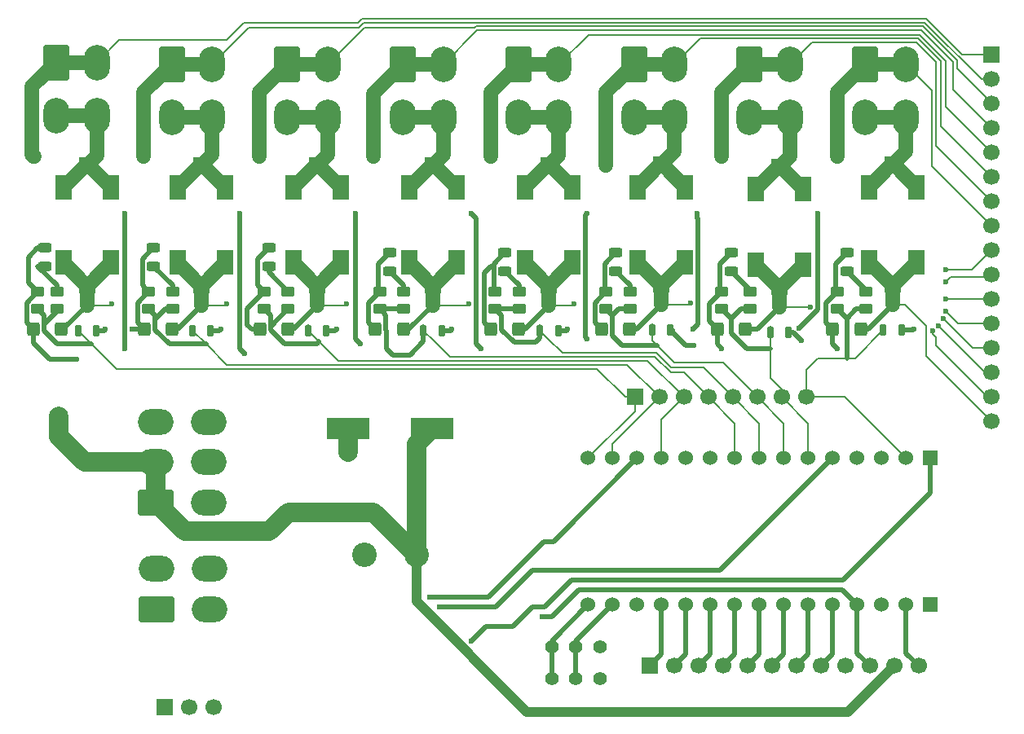
<source format=gtl>
G04 #@! TF.GenerationSoftware,KiCad,Pcbnew,9.0.5*
G04 #@! TF.CreationDate,2025-10-24T01:36:13-07:00*
G04 #@! TF.ProjectId,New CAN Accessories board,4e657720-4341-44e2-9041-63636573736f,rev?*
G04 #@! TF.SameCoordinates,Original*
G04 #@! TF.FileFunction,Copper,L1,Top*
G04 #@! TF.FilePolarity,Positive*
%FSLAX46Y46*%
G04 Gerber Fmt 4.6, Leading zero omitted, Abs format (unit mm)*
G04 Created by KiCad (PCBNEW 9.0.5) date 2025-10-24 01:36:13*
%MOMM*%
%LPD*%
G01*
G04 APERTURE LIST*
G04 Aperture macros list*
%AMRoundRect*
0 Rectangle with rounded corners*
0 $1 Rounding radius*
0 $2 $3 $4 $5 $6 $7 $8 $9 X,Y pos of 4 corners*
0 Add a 4 corners polygon primitive as box body*
4,1,4,$2,$3,$4,$5,$6,$7,$8,$9,$2,$3,0*
0 Add four circle primitives for the rounded corners*
1,1,$1+$1,$2,$3*
1,1,$1+$1,$4,$5*
1,1,$1+$1,$6,$7*
1,1,$1+$1,$8,$9*
0 Add four rect primitives between the rounded corners*
20,1,$1+$1,$2,$3,$4,$5,0*
20,1,$1+$1,$4,$5,$6,$7,0*
20,1,$1+$1,$6,$7,$8,$9,0*
20,1,$1+$1,$8,$9,$2,$3,0*%
G04 Aperture macros list end*
G04 #@! TA.AperFunction,SMDPad,CuDef*
%ADD10R,1.700000X1.700000*%
G04 #@! TD*
G04 #@! TA.AperFunction,SMDPad,CuDef*
%ADD11R,1.700000X2.660000*%
G04 #@! TD*
G04 #@! TA.AperFunction,SMDPad,CuDef*
%ADD12RoundRect,0.162500X0.162500X-0.447500X0.162500X0.447500X-0.162500X0.447500X-0.162500X-0.447500X0*%
G04 #@! TD*
G04 #@! TA.AperFunction,SMDPad,CuDef*
%ADD13RoundRect,0.243750X-0.456250X0.243750X-0.456250X-0.243750X0.456250X-0.243750X0.456250X0.243750X0*%
G04 #@! TD*
G04 #@! TA.AperFunction,ComponentPad*
%ADD14RoundRect,0.250001X-1.099999X-1.599999X1.099999X-1.599999X1.099999X1.599999X-1.099999X1.599999X0*%
G04 #@! TD*
G04 #@! TA.AperFunction,ComponentPad*
%ADD15O,2.700000X3.700000*%
G04 #@! TD*
G04 #@! TA.AperFunction,SMDPad,CuDef*
%ADD16RoundRect,0.250000X0.450000X-0.262500X0.450000X0.262500X-0.450000X0.262500X-0.450000X-0.262500X0*%
G04 #@! TD*
G04 #@! TA.AperFunction,ComponentPad*
%ADD17R,1.700000X1.700000*%
G04 #@! TD*
G04 #@! TA.AperFunction,ComponentPad*
%ADD18C,1.700000*%
G04 #@! TD*
G04 #@! TA.AperFunction,SMDPad,CuDef*
%ADD19RoundRect,0.250000X0.400000X0.450000X-0.400000X0.450000X-0.400000X-0.450000X0.400000X-0.450000X0*%
G04 #@! TD*
G04 #@! TA.AperFunction,ComponentPad*
%ADD20C,1.530000*%
G04 #@! TD*
G04 #@! TA.AperFunction,ComponentPad*
%ADD21R,1.530000X1.530000*%
G04 #@! TD*
G04 #@! TA.AperFunction,ComponentPad*
%ADD22C,1.397000*%
G04 #@! TD*
G04 #@! TA.AperFunction,ComponentPad*
%ADD23RoundRect,0.250001X1.599999X-1.099999X1.599999X1.099999X-1.599999X1.099999X-1.599999X-1.099999X0*%
G04 #@! TD*
G04 #@! TA.AperFunction,ComponentPad*
%ADD24O,3.700000X2.700000*%
G04 #@! TD*
G04 #@! TA.AperFunction,ComponentPad*
%ADD25C,2.550000*%
G04 #@! TD*
G04 #@! TA.AperFunction,SMDPad,CuDef*
%ADD26R,4.500000X2.300000*%
G04 #@! TD*
G04 #@! TA.AperFunction,ViaPad*
%ADD27C,0.600000*%
G04 #@! TD*
G04 #@! TA.AperFunction,ViaPad*
%ADD28C,2.000000*%
G04 #@! TD*
G04 #@! TA.AperFunction,ViaPad*
%ADD29C,1.500000*%
G04 #@! TD*
G04 #@! TA.AperFunction,Conductor*
%ADD30C,0.500000*%
G04 #@! TD*
G04 #@! TA.AperFunction,Conductor*
%ADD31C,2.000000*%
G04 #@! TD*
G04 #@! TA.AperFunction,Conductor*
%ADD32C,1.000000*%
G04 #@! TD*
G04 #@! TA.AperFunction,Conductor*
%ADD33C,0.200000*%
G04 #@! TD*
G04 #@! TA.AperFunction,Conductor*
%ADD34C,1.500000*%
G04 #@! TD*
G04 APERTURE END LIST*
D10*
X71078571Y-40966000D03*
D11*
X73528571Y-43256000D03*
X68628571Y-43256000D03*
X73528571Y-51084000D03*
X68628571Y-51084000D03*
D10*
X71078571Y-53374000D03*
D12*
X58050000Y-58125000D03*
X59950000Y-58125000D03*
X59000000Y-55505000D03*
D13*
X18700000Y-49562500D03*
X18700000Y-51437500D03*
D14*
X43900000Y-30460000D03*
D15*
X48100000Y-30460000D03*
X43900000Y-35960000D03*
X48100000Y-35960000D03*
D16*
X18000000Y-55912500D03*
X18000000Y-54087500D03*
D17*
X81534000Y-92964000D03*
D18*
X84074000Y-92964000D03*
X86614000Y-92964000D03*
X89154000Y-92964000D03*
X91694000Y-92964000D03*
X94234000Y-92964000D03*
X96774000Y-92964000D03*
X99314000Y-92964000D03*
X101854000Y-92964000D03*
X104394000Y-92964000D03*
X106934000Y-92964000D03*
X109474000Y-92964000D03*
D12*
X22160000Y-58125000D03*
X24060000Y-58125000D03*
X23110000Y-55505000D03*
D16*
X53500000Y-55912500D03*
X53500000Y-54087500D03*
D12*
X70128571Y-58125000D03*
X72028571Y-58125000D03*
X71078571Y-55505000D03*
X46050000Y-58125000D03*
X47950000Y-58125000D03*
X47000000Y-55505000D03*
D10*
X59000000Y-40966000D03*
D11*
X61450000Y-43256000D03*
X56550000Y-43256000D03*
X61450000Y-51084000D03*
X56550000Y-51084000D03*
D10*
X59000000Y-53374000D03*
D17*
X117025000Y-29464000D03*
D18*
X117025000Y-32004000D03*
X117025000Y-34544000D03*
X117025000Y-37084000D03*
X117025000Y-39624000D03*
X117025000Y-42164000D03*
X117025000Y-44704000D03*
X117025000Y-47244000D03*
X117025000Y-49784000D03*
X117025000Y-52324000D03*
X117025000Y-54864000D03*
X117025000Y-57404000D03*
X117025000Y-59944000D03*
X117025000Y-62484000D03*
X117025000Y-65024000D03*
X117025000Y-67564000D03*
D12*
X81796000Y-58082000D03*
X83696000Y-58082000D03*
X82746000Y-55462000D03*
D13*
X78000000Y-50062500D03*
X78000000Y-51937500D03*
D16*
X43995000Y-55912500D03*
X43995000Y-54087500D03*
X104000000Y-55912500D03*
X104000000Y-54087500D03*
X56000000Y-55912500D03*
X56000000Y-54087500D03*
D14*
X67900000Y-30460000D03*
D15*
X72100000Y-30460000D03*
X67900000Y-35960000D03*
X72100000Y-35960000D03*
D10*
X35000000Y-40966000D03*
D11*
X37450000Y-43256000D03*
X32550000Y-43256000D03*
X37450000Y-51084000D03*
X32550000Y-51084000D03*
D10*
X35000000Y-53374000D03*
D16*
X41495000Y-55912500D03*
X41495000Y-54087500D03*
D19*
X20450000Y-58000000D03*
X17550000Y-58000000D03*
D13*
X41995000Y-49562500D03*
X41995000Y-51437500D03*
D19*
X55950000Y-58000000D03*
X53050000Y-58000000D03*
D14*
X19900000Y-30275000D03*
D15*
X24100000Y-30275000D03*
X19900000Y-35775000D03*
X24100000Y-35775000D03*
D17*
X80010000Y-65024000D03*
D18*
X82550000Y-65024000D03*
X85090000Y-65024000D03*
X87630000Y-65024000D03*
X90170000Y-65024000D03*
X92710000Y-65024000D03*
X95250000Y-65024000D03*
X97790000Y-65024000D03*
D20*
X77683000Y-86614000D03*
X103083000Y-86614000D03*
X80223000Y-86614000D03*
X103083000Y-71374000D03*
X108163000Y-86614000D03*
X105623000Y-71374000D03*
X105623000Y-86614000D03*
X82763000Y-86614000D03*
X85303000Y-86614000D03*
X100543000Y-86614000D03*
X87843000Y-86614000D03*
X90383000Y-86614000D03*
X92923000Y-86614000D03*
X95463000Y-86614000D03*
X98003000Y-86614000D03*
X82763000Y-71374000D03*
D21*
X110703000Y-71374000D03*
D20*
X108163000Y-71374000D03*
X80223000Y-71374000D03*
X100543000Y-71374000D03*
X98003000Y-71374000D03*
X90383000Y-71374000D03*
X75143000Y-86614000D03*
X75143000Y-71374000D03*
X77683000Y-71374000D03*
X92923000Y-71374000D03*
X95463000Y-71374000D03*
X87843000Y-71374000D03*
X85303000Y-71374000D03*
D21*
X110703000Y-86614000D03*
D19*
X43945000Y-58000000D03*
X41045000Y-58000000D03*
D10*
X106746000Y-40923000D03*
D11*
X109196000Y-43213000D03*
X104296000Y-43213000D03*
X109196000Y-51041000D03*
X104296000Y-51041000D03*
D10*
X106746000Y-53331000D03*
D16*
X20000000Y-55912500D03*
X20000000Y-54087500D03*
D22*
X71360000Y-94272000D03*
X73860000Y-94272000D03*
X76360000Y-94272000D03*
X76360000Y-90972000D03*
X73860000Y-90972000D03*
X71360000Y-90972000D03*
D19*
X79450000Y-58000000D03*
X76550000Y-58000000D03*
D16*
X77000000Y-55912500D03*
X77000000Y-54087500D03*
D19*
X67950000Y-58000000D03*
X65050000Y-58000000D03*
D16*
X89000000Y-55912500D03*
X89000000Y-54087500D03*
D10*
X95000000Y-41151000D03*
D11*
X97450000Y-43441000D03*
X92550000Y-43441000D03*
X97450000Y-51269000D03*
X92550000Y-51269000D03*
D10*
X95000000Y-53559000D03*
D17*
X31150000Y-97260000D03*
D18*
X33690000Y-97260000D03*
X36230000Y-97260000D03*
D13*
X90000000Y-50062500D03*
X90000000Y-51937500D03*
X54500000Y-50062500D03*
X54500000Y-51937500D03*
D23*
X30300000Y-87100000D03*
D24*
X30300000Y-82900000D03*
X35800000Y-87100000D03*
X35800000Y-82900000D03*
D25*
X51910000Y-81455000D03*
X57310000Y-81455000D03*
D23*
X30275000Y-76000000D03*
D24*
X30275000Y-71800000D03*
X30275000Y-67600000D03*
X35775000Y-76000000D03*
X35775000Y-71800000D03*
X35775000Y-67600000D03*
D16*
X101000000Y-55912500D03*
X101000000Y-54087500D03*
D12*
X94050000Y-58310000D03*
X95950000Y-58310000D03*
X95000000Y-55690000D03*
D19*
X91450000Y-58000000D03*
X88550000Y-58000000D03*
D16*
X65500000Y-55912500D03*
X65500000Y-54087500D03*
D14*
X79900000Y-30460000D03*
D15*
X84100000Y-30460000D03*
X79900000Y-35960000D03*
X84100000Y-35960000D03*
D19*
X103450000Y-58000000D03*
X100550000Y-58000000D03*
D12*
X105796000Y-58082000D03*
X107696000Y-58082000D03*
X106746000Y-55462000D03*
D16*
X92000000Y-55912500D03*
X92000000Y-54087500D03*
D10*
X47000000Y-40966000D03*
D11*
X49450000Y-43256000D03*
X44550000Y-43256000D03*
X49450000Y-51084000D03*
X44550000Y-51084000D03*
D10*
X47000000Y-53374000D03*
D16*
X32000000Y-55912500D03*
X32000000Y-54087500D03*
D14*
X31900000Y-30460000D03*
D15*
X36100000Y-30460000D03*
X31900000Y-35960000D03*
X36100000Y-35960000D03*
D13*
X30000000Y-49562500D03*
X30000000Y-51437500D03*
D12*
X34050000Y-58125000D03*
X35950000Y-58125000D03*
X35000000Y-55505000D03*
D10*
X23110000Y-40966000D03*
D11*
X25560000Y-43256000D03*
X20660000Y-43256000D03*
X25560000Y-51084000D03*
X20660000Y-51084000D03*
D10*
X23110000Y-53374000D03*
D19*
X31950000Y-58000000D03*
X29050000Y-58000000D03*
D14*
X103900000Y-30460000D03*
D15*
X108100000Y-30460000D03*
X103900000Y-35960000D03*
X108100000Y-35960000D03*
D13*
X66500000Y-50062500D03*
X66500000Y-51937500D03*
D10*
X82746000Y-40923000D03*
D11*
X85196000Y-43213000D03*
X80296000Y-43213000D03*
X85196000Y-51041000D03*
X80296000Y-51041000D03*
D10*
X82746000Y-53331000D03*
D14*
X55900000Y-30460000D03*
D15*
X60100000Y-30460000D03*
X55900000Y-35960000D03*
X60100000Y-35960000D03*
D14*
X91900000Y-30460000D03*
D15*
X96100000Y-30460000D03*
X91900000Y-35960000D03*
X96100000Y-35960000D03*
D13*
X102000000Y-50062500D03*
X102000000Y-51937500D03*
D16*
X79500000Y-55912500D03*
X79500000Y-54087500D03*
D26*
X58960000Y-68310000D03*
X50260000Y-68310000D03*
D16*
X68000000Y-55912500D03*
X68000000Y-54087500D03*
X29500000Y-55912500D03*
X29500000Y-54087500D03*
D27*
X89000000Y-60000000D03*
X86106000Y-59690000D03*
X25000000Y-58000000D03*
X49000000Y-58000000D03*
X52349000Y-56470000D03*
X109000000Y-58000000D03*
D28*
X50260000Y-70750000D03*
D27*
X22060000Y-61100000D03*
X97282000Y-59182000D03*
X37000000Y-58000000D03*
X39750000Y-57330000D03*
X73000000Y-58000000D03*
X27780000Y-58020000D03*
X101000000Y-60000000D03*
X75849000Y-57050000D03*
X64349000Y-56520000D03*
X61000000Y-58000000D03*
D28*
X20160000Y-67080000D03*
D27*
X27000000Y-46000000D03*
X27000000Y-60000000D03*
X39000000Y-46000000D03*
X39500000Y-60500000D03*
X51000000Y-46000000D03*
X51500000Y-59500000D03*
X64000000Y-60000000D03*
X63000000Y-46000000D03*
X75000000Y-46000000D03*
X75000000Y-59000000D03*
X86000000Y-58000000D03*
X86450000Y-46000000D03*
X99000000Y-46000000D03*
X97050000Y-57889338D03*
X59690000Y-86868000D03*
X62992000Y-90424000D03*
X58674000Y-85852000D03*
X70358000Y-87884000D03*
X25654000Y-55372000D03*
X112268000Y-51816000D03*
X37592000Y-55372000D03*
X112268000Y-53097000D03*
X112268000Y-54864000D03*
X50038000Y-55372000D03*
X62738000Y-55372000D03*
X112268000Y-56116000D03*
X112014000Y-56896000D03*
X73660000Y-55372000D03*
X111500000Y-57652000D03*
X85801200Y-55270400D03*
X110884301Y-58162802D03*
X98199138Y-55679538D03*
D29*
X17640000Y-40030000D03*
X29000000Y-40000000D03*
X41000000Y-40000000D03*
X52832000Y-40000000D03*
X65000000Y-40000000D03*
X77000000Y-41000000D03*
X89000000Y-40000000D03*
X101000000Y-40000000D03*
D30*
X39750000Y-57330000D02*
X39750000Y-57550000D01*
X28849000Y-51000000D02*
X28849000Y-53436500D01*
X59950000Y-58125000D02*
X60875000Y-58125000D01*
X54500000Y-50062500D02*
X53349000Y-51213500D01*
X99849000Y-57299000D02*
X100550000Y-58000000D01*
X30000000Y-49562500D02*
X28849000Y-50713500D01*
X88550000Y-58000000D02*
X88550000Y-59550000D01*
X66500000Y-50062500D02*
X65349000Y-51213500D01*
X108163000Y-91653000D02*
X109474000Y-92964000D01*
X85304000Y-59690000D02*
X86106000Y-59690000D01*
D31*
X50260000Y-68310000D02*
X50260000Y-70750000D01*
D30*
X39750000Y-55832500D02*
X41495000Y-54087500D01*
X108163000Y-86614000D02*
X108163000Y-91653000D01*
X35950000Y-58125000D02*
X36875000Y-58125000D01*
X75849000Y-57050000D02*
X75849000Y-55238500D01*
X100550000Y-58000000D02*
X100550000Y-59550000D01*
X52349000Y-57299000D02*
X53050000Y-58000000D01*
X17050000Y-50512500D02*
X17050000Y-53137500D01*
X19200000Y-61100000D02*
X17550000Y-59450000D01*
X47950000Y-58125000D02*
X48875000Y-58125000D01*
X76849000Y-53936500D02*
X77000000Y-54087500D01*
X101000000Y-54087500D02*
X99849000Y-55238500D01*
X53349000Y-51213500D02*
X53349000Y-53936500D01*
X28349000Y-55238500D02*
X28349000Y-57299000D01*
X99849000Y-55238500D02*
X99849000Y-57299000D01*
X64349000Y-56520000D02*
X64349000Y-52151000D01*
X53349000Y-53936500D02*
X53500000Y-54087500D01*
X29500000Y-54087500D02*
X28349000Y-55238500D01*
X72028571Y-58125000D02*
X72875000Y-58125000D01*
X36875000Y-58125000D02*
X37000000Y-58000000D01*
X64349000Y-57299000D02*
X64349000Y-56520000D01*
X75849000Y-57050000D02*
X75849000Y-57299000D01*
X18000000Y-49500000D02*
X18000000Y-49562500D01*
X24060000Y-58125000D02*
X24875000Y-58125000D01*
X18000000Y-49562500D02*
X17050000Y-50512500D01*
X95950000Y-58310000D02*
X96410000Y-58310000D01*
X101031250Y-51031250D02*
X100849000Y-51213500D01*
X27800000Y-58000000D02*
X29050000Y-58000000D01*
X100550000Y-59550000D02*
X101000000Y-60000000D01*
X41995000Y-49562500D02*
X40844000Y-50713500D01*
X52349000Y-56470000D02*
X52349000Y-57299000D01*
X89000000Y-54087500D02*
X87690000Y-55397500D01*
X40844000Y-50713500D02*
X40844000Y-53436500D01*
X65349000Y-51213500D02*
X65349000Y-51500000D01*
X24875000Y-58125000D02*
X25000000Y-58000000D01*
X72875000Y-58125000D02*
X73000000Y-58000000D01*
X65349000Y-53936500D02*
X65500000Y-54087500D01*
X48875000Y-58125000D02*
X49000000Y-58000000D01*
X87690000Y-57140000D02*
X88550000Y-58000000D01*
X28849000Y-53436500D02*
X29500000Y-54087500D01*
X87690000Y-55397500D02*
X87690000Y-57140000D01*
X83696000Y-58082000D02*
X85304000Y-59690000D01*
X16849000Y-55238500D02*
X16849000Y-57299000D01*
X75849000Y-55238500D02*
X77000000Y-54087500D01*
X28349000Y-57299000D02*
X29050000Y-58000000D01*
X100849000Y-51213500D02*
X100849000Y-53936500D01*
X101031250Y-51031250D02*
X101000000Y-51000000D01*
X65050000Y-58000000D02*
X64349000Y-57299000D01*
X64349000Y-52151000D02*
X65000000Y-51500000D01*
X96410000Y-58310000D02*
X97282000Y-59182000D01*
X100849000Y-53936500D02*
X101000000Y-54087500D01*
X22060000Y-61100000D02*
X19200000Y-61100000D01*
X88849000Y-51213500D02*
X88849000Y-53936500D01*
X90000000Y-50062500D02*
X88849000Y-51213500D01*
X83696000Y-58082000D02*
X83918000Y-58082000D01*
X76849000Y-51213500D02*
X76849000Y-53936500D01*
X28849000Y-50713500D02*
X28849000Y-51000000D01*
X107696000Y-58082000D02*
X108918000Y-58082000D01*
X65349000Y-51500000D02*
X65000000Y-51500000D01*
X88550000Y-59550000D02*
X89000000Y-60000000D01*
X52349000Y-55238500D02*
X52349000Y-56470000D01*
X53500000Y-54087500D02*
X52349000Y-55238500D01*
X27780000Y-58020000D02*
X27800000Y-58000000D01*
X88849000Y-53936500D02*
X89000000Y-54087500D01*
X108918000Y-58082000D02*
X109000000Y-58000000D01*
X40844000Y-53436500D02*
X41495000Y-54087500D01*
X17550000Y-59450000D02*
X17550000Y-58000000D01*
X75849000Y-57299000D02*
X76550000Y-58000000D01*
X78000000Y-50062500D02*
X76849000Y-51213500D01*
X40200000Y-58000000D02*
X41045000Y-58000000D01*
X65349000Y-51500000D02*
X65349000Y-53936500D01*
X17050000Y-53137500D02*
X18000000Y-54087500D01*
X102000000Y-50062500D02*
X101031250Y-51031250D01*
X39750000Y-57330000D02*
X39750000Y-55832500D01*
X16849000Y-57299000D02*
X17550000Y-58000000D01*
X60875000Y-58125000D02*
X61000000Y-58000000D01*
X39750000Y-57550000D02*
X40200000Y-58000000D01*
X18000000Y-54087500D02*
X16849000Y-55238500D01*
X73860000Y-90437000D02*
X73860000Y-90972000D01*
X73860000Y-90972000D02*
X73860000Y-94272000D01*
X77683000Y-86614000D02*
X73860000Y-90437000D01*
D32*
X106934000Y-92964000D02*
X102148000Y-97750000D01*
D31*
X30275000Y-76000000D02*
X33275000Y-79000000D01*
X33275000Y-79000000D02*
X42000000Y-79000000D01*
X20160000Y-67080000D02*
X20160000Y-69130000D01*
X44000000Y-77000000D02*
X52855000Y-77000000D01*
X22830000Y-71800000D02*
X30275000Y-71800000D01*
D32*
X68794000Y-97750000D02*
X57310000Y-86266000D01*
D31*
X30275000Y-71800000D02*
X30275000Y-76000000D01*
X20160000Y-69130000D02*
X22830000Y-71800000D01*
X52855000Y-77000000D02*
X57310000Y-81455000D01*
X57310000Y-69960000D02*
X58960000Y-68310000D01*
D32*
X57310000Y-86266000D02*
X57310000Y-81455000D01*
D31*
X42000000Y-79000000D02*
X44000000Y-77000000D01*
D32*
X102148000Y-97750000D02*
X68794000Y-97750000D01*
D31*
X57310000Y-81455000D02*
X57310000Y-69960000D01*
D30*
X27000000Y-46000000D02*
X27000000Y-60000000D01*
X82763000Y-86614000D02*
X82763000Y-91735000D01*
X82763000Y-91735000D02*
X81534000Y-92964000D01*
X39000000Y-60000000D02*
X39500000Y-60500000D01*
X39000000Y-46000000D02*
X39000000Y-60000000D01*
X85303000Y-86614000D02*
X85303000Y-91735000D01*
X85303000Y-91735000D02*
X84074000Y-92964000D01*
X51000000Y-59000000D02*
X51500000Y-59500000D01*
X51000000Y-46000000D02*
X51000000Y-59000000D01*
X87843000Y-86614000D02*
X87843000Y-91735000D01*
X87843000Y-91735000D02*
X86614000Y-92964000D01*
X63500000Y-46500000D02*
X63000000Y-46000000D01*
X64000000Y-60000000D02*
X63500000Y-59500000D01*
X63500000Y-59500000D02*
X63500000Y-46500000D01*
X90383000Y-91735000D02*
X89154000Y-92964000D01*
X90383000Y-86614000D02*
X90383000Y-91735000D01*
X75000000Y-59000000D02*
X74840000Y-58840000D01*
X92923000Y-86614000D02*
X92923000Y-91735000D01*
X74840000Y-58840000D02*
X74840000Y-46160000D01*
X92923000Y-91735000D02*
X91694000Y-92964000D01*
X74840000Y-46160000D02*
X75000000Y-46000000D01*
X86500000Y-57500000D02*
X86000000Y-58000000D01*
X86500000Y-54907125D02*
X86552200Y-54959325D01*
X86450000Y-46450000D02*
X86500000Y-46500000D01*
X86552200Y-55581475D02*
X86500000Y-55633675D01*
X95463000Y-91735000D02*
X94234000Y-92964000D01*
X86500000Y-46500000D02*
X86500000Y-54907125D01*
X86500000Y-55633675D02*
X86500000Y-57500000D01*
X95463000Y-86614000D02*
X95463000Y-91735000D01*
X86450000Y-46000000D02*
X86450000Y-46450000D01*
X86552200Y-54959325D02*
X86552200Y-55581475D01*
X98003000Y-86614000D02*
X98003000Y-91735000D01*
X98980000Y-46020000D02*
X99000000Y-46000000D01*
X98980000Y-55959338D02*
X98980000Y-46020000D01*
X97050000Y-57889338D02*
X98980000Y-55959338D01*
X98003000Y-91735000D02*
X96774000Y-92964000D01*
X100543000Y-86614000D02*
X100543000Y-91735000D01*
X100543000Y-91735000D02*
X99314000Y-92964000D01*
D33*
X80010000Y-65024000D02*
X80010000Y-66507000D01*
D30*
X18651000Y-56563500D02*
X18651000Y-57500000D01*
D33*
X26135000Y-62100000D02*
X76070000Y-62100000D01*
X80010000Y-66507000D02*
X75143000Y-71374000D01*
D30*
X20000000Y-56151000D02*
X18651000Y-57500000D01*
X18651000Y-57500000D02*
X18651000Y-58151000D01*
X20000000Y-55912500D02*
X20000000Y-56151000D01*
X19982500Y-59482500D02*
X23517500Y-59482500D01*
X18000000Y-55912500D02*
X18651000Y-56563500D01*
D33*
X22160000Y-58125000D02*
X22160000Y-57705000D01*
X23517500Y-59482500D02*
X26135000Y-62100000D01*
X78994000Y-65024000D02*
X80010000Y-65024000D01*
D30*
X18651000Y-58151000D02*
X19982500Y-59482500D01*
D33*
X22160000Y-58125000D02*
X23517500Y-59482500D01*
X76070000Y-62100000D02*
X78994000Y-65024000D01*
D30*
X32000000Y-55912500D02*
X31238500Y-55912500D01*
D33*
X77683000Y-69891000D02*
X77683000Y-71374000D01*
D30*
X31639208Y-59537500D02*
X35462500Y-59537500D01*
X29500000Y-55912500D02*
X30151000Y-56563500D01*
X31238500Y-55912500D02*
X30151000Y-57000000D01*
D33*
X82550000Y-65024000D02*
X79206000Y-61680000D01*
X82550000Y-65024000D02*
X77683000Y-69891000D01*
D30*
X30151000Y-58049292D02*
X31639208Y-59537500D01*
D33*
X79206000Y-61680000D02*
X37605000Y-61680000D01*
D30*
X30151000Y-57000000D02*
X30151000Y-58049292D01*
D33*
X37605000Y-61680000D02*
X35462500Y-59537500D01*
D30*
X30151000Y-56563500D02*
X30151000Y-57000000D01*
D33*
X35462500Y-59537500D02*
X34050000Y-58125000D01*
D30*
X34050000Y-57901000D02*
X34050000Y-58125000D01*
X42146000Y-57761500D02*
X43995000Y-55912500D01*
X46050000Y-57705000D02*
X46050000Y-58125000D01*
D33*
X49185000Y-61260000D02*
X47962500Y-60037500D01*
D30*
X43634208Y-59537500D02*
X46962500Y-59537500D01*
D33*
X85090000Y-65024000D02*
X82763000Y-67351000D01*
X47212500Y-59287500D02*
X46050000Y-58125000D01*
D30*
X42146000Y-58049292D02*
X43634208Y-59537500D01*
D33*
X82763000Y-67351000D02*
X82763000Y-71374000D01*
X47962500Y-60037500D02*
X47212500Y-59287500D01*
D30*
X46962500Y-59537500D02*
X47212500Y-59287500D01*
X41495000Y-55912500D02*
X42146000Y-56563500D01*
X42146000Y-56563500D02*
X42146000Y-58049292D01*
D33*
X85090000Y-65024000D02*
X81326000Y-61260000D01*
X81326000Y-61260000D02*
X49185000Y-61260000D01*
D30*
X42146000Y-58049292D02*
X42146000Y-57761500D01*
X54226708Y-60036708D02*
X54870000Y-60680000D01*
X54151000Y-56563500D02*
X54151000Y-58049292D01*
X56650000Y-60680000D02*
X58050000Y-59280000D01*
X58050000Y-57705000D02*
X58050000Y-58125000D01*
D33*
X83711100Y-62484000D02*
X82086100Y-60859000D01*
X87630000Y-65024000D02*
X90383000Y-67777000D01*
D30*
X58050000Y-59280000D02*
X58050000Y-58125000D01*
X54151000Y-57761500D02*
X54151000Y-58049292D01*
D33*
X87630000Y-65024000D02*
X85090000Y-62484000D01*
D30*
X53500000Y-55912500D02*
X54151000Y-56563500D01*
X54226708Y-58125000D02*
X54226708Y-60036708D01*
D33*
X59212500Y-59287500D02*
X58050000Y-58125000D01*
X82086100Y-60859000D02*
X60784000Y-60859000D01*
X90383000Y-67777000D02*
X90383000Y-71374000D01*
D30*
X54151000Y-58049292D02*
X54226708Y-58125000D01*
D33*
X60784000Y-60859000D02*
X59212500Y-59287500D01*
D30*
X54870000Y-60680000D02*
X56650000Y-60680000D01*
D33*
X85090000Y-62484000D02*
X83711100Y-62484000D01*
D30*
X56000000Y-55912500D02*
X53500000Y-55912500D01*
X70128571Y-57705000D02*
X70128571Y-58125000D01*
X65500000Y-55912500D02*
X66151000Y-56563500D01*
D33*
X72461571Y-60458000D02*
X82252200Y-60458000D01*
X87122000Y-61976000D02*
X90170000Y-65024000D01*
D30*
X70128571Y-58931429D02*
X70128571Y-58125000D01*
X67451708Y-59350000D02*
X69710000Y-59350000D01*
D33*
X92923000Y-67777000D02*
X92923000Y-71374000D01*
D30*
X69710000Y-59350000D02*
X70128571Y-58931429D01*
X66151000Y-56563500D02*
X66151000Y-58049292D01*
D33*
X83770200Y-61976000D02*
X87122000Y-61976000D01*
X90170000Y-65024000D02*
X92923000Y-67777000D01*
X70128571Y-58125000D02*
X71001786Y-58998214D01*
D30*
X68000000Y-55912500D02*
X65500000Y-55912500D01*
D33*
X82252200Y-60458000D02*
X83770200Y-61976000D01*
D30*
X66151000Y-58049292D02*
X67451708Y-59350000D01*
D33*
X71001786Y-58998214D02*
X72461571Y-60458000D01*
X95463000Y-67777000D02*
X95463000Y-71374000D01*
X82303000Y-59697000D02*
X81796000Y-59190000D01*
D30*
X77651000Y-58651000D02*
X78697000Y-59697000D01*
X77000000Y-55912500D02*
X77651000Y-56563500D01*
D33*
X81796000Y-59190000D02*
X81796000Y-58082000D01*
D30*
X78697000Y-59697000D02*
X82303000Y-59697000D01*
D33*
X84074000Y-61468000D02*
X82303000Y-59697000D01*
D30*
X81796000Y-58082000D02*
X81796000Y-57662000D01*
X78302000Y-55912500D02*
X77651000Y-56563500D01*
D33*
X89154000Y-61468000D02*
X84074000Y-61468000D01*
D30*
X77651000Y-56563500D02*
X77651000Y-58651000D01*
D33*
X92710000Y-65024000D02*
X89154000Y-61468000D01*
D30*
X79500000Y-55912500D02*
X78302000Y-55912500D01*
D33*
X92710000Y-65024000D02*
X95463000Y-67777000D01*
D30*
X90000000Y-56912500D02*
X89000000Y-55912500D01*
X91601708Y-60000000D02*
X90000000Y-58398292D01*
D33*
X98003000Y-67777000D02*
X98003000Y-71374000D01*
D30*
X90000000Y-58398292D02*
X90000000Y-56912500D01*
X94050000Y-58310000D02*
X94050000Y-57890000D01*
D33*
X94050000Y-63050000D02*
X94050000Y-60000000D01*
D30*
X90000000Y-56912500D02*
X91000000Y-55912500D01*
D33*
X94050000Y-60000000D02*
X94050000Y-58310000D01*
X95250000Y-65024000D02*
X98003000Y-67777000D01*
X95250000Y-64250000D02*
X94050000Y-63050000D01*
D30*
X91000000Y-55912500D02*
X92000000Y-55912500D01*
X94050000Y-60000000D02*
X91601708Y-60000000D01*
D33*
X95250000Y-65024000D02*
X95250000Y-64250000D01*
D30*
X103000000Y-55912500D02*
X104000000Y-55912500D01*
D33*
X97790000Y-65024000D02*
X97790000Y-62210000D01*
X97790000Y-65024000D02*
X101813000Y-65024000D01*
D30*
X102000000Y-61000000D02*
X102000000Y-56912500D01*
X102000000Y-56912500D02*
X101000000Y-55912500D01*
X102000000Y-56912500D02*
X103000000Y-55912500D01*
D33*
X102000000Y-61000000D02*
X102878000Y-61000000D01*
X101813000Y-65024000D02*
X108163000Y-71374000D01*
X99000000Y-61000000D02*
X102000000Y-61000000D01*
X102878000Y-61000000D02*
X105796000Y-58082000D01*
X97790000Y-62210000D02*
X99000000Y-61000000D01*
X97790000Y-64487857D02*
X97790000Y-65024000D01*
D30*
X71360000Y-90972000D02*
X71360000Y-94272000D01*
X75143000Y-86614000D02*
X71360000Y-90397000D01*
X71360000Y-90397000D02*
X71360000Y-90972000D01*
X88859000Y-83058000D02*
X100543000Y-71374000D01*
X69366636Y-83058000D02*
X65556636Y-86868000D01*
X88859000Y-83058000D02*
X69366636Y-83058000D01*
X65556636Y-86868000D02*
X59690000Y-86868000D01*
X67310000Y-88900000D02*
X69342000Y-86868000D01*
X73406000Y-84074000D02*
X101600000Y-84074000D01*
X62992000Y-90424000D02*
X64516000Y-88900000D01*
X101600000Y-84074000D02*
X110703000Y-74971000D01*
X70612000Y-86868000D02*
X73406000Y-84074000D01*
X110703000Y-74971000D02*
X110703000Y-71374000D01*
X69342000Y-86868000D02*
X70612000Y-86868000D01*
X64516000Y-88900000D02*
X67310000Y-88900000D01*
X71536200Y-80060800D02*
X70561200Y-80060800D01*
X64770000Y-85852000D02*
X58674000Y-85852000D01*
X71536200Y-80060800D02*
X80223000Y-71374000D01*
X70561200Y-80060800D02*
X68326000Y-82296000D01*
X68326000Y-82296000D02*
X64770000Y-85852000D01*
X70358000Y-87884000D02*
X71374000Y-87884000D01*
X74168000Y-85090000D02*
X101559000Y-85090000D01*
X101559000Y-85090000D02*
X103083000Y-86614000D01*
X103083000Y-86614000D02*
X103083000Y-91653000D01*
X71374000Y-87884000D02*
X74168000Y-85090000D01*
X103083000Y-91653000D02*
X104394000Y-92964000D01*
X103083000Y-86614000D02*
X103083000Y-86522200D01*
X20000000Y-54087500D02*
X20000000Y-53437500D01*
X20000000Y-53437500D02*
X18000000Y-51437500D01*
X32000000Y-54087500D02*
X32000000Y-53437500D01*
X32000000Y-53437500D02*
X30000000Y-51437500D01*
X41995000Y-51437500D02*
X41995000Y-52087500D01*
X41995000Y-52087500D02*
X43995000Y-54087500D01*
X56000000Y-54087500D02*
X56000000Y-53437500D01*
X56000000Y-53437500D02*
X54500000Y-51937500D01*
X68000000Y-53437500D02*
X66500000Y-51937500D01*
X68000000Y-54087500D02*
X68000000Y-53437500D01*
X79500000Y-54087500D02*
X79500000Y-53437500D01*
X79500000Y-53437500D02*
X78000000Y-51937500D01*
X92000000Y-54087500D02*
X92000000Y-53937500D01*
X92000000Y-53937500D02*
X90000000Y-51937500D01*
X104000000Y-54087500D02*
X104000000Y-53937500D01*
X104000000Y-53937500D02*
X102000000Y-51937500D01*
D34*
X23110000Y-55505000D02*
X23110000Y-53374000D01*
D33*
X114993000Y-51816000D02*
X117025000Y-49784000D01*
D34*
X23270000Y-53374000D02*
X25560000Y-51084000D01*
D30*
X20450000Y-58000000D02*
X20615000Y-58000000D01*
D33*
X25521000Y-55505000D02*
X25654000Y-55372000D01*
D34*
X23110000Y-53374000D02*
X23270000Y-53374000D01*
D30*
X20615000Y-58000000D02*
X23110000Y-55505000D01*
D33*
X23110000Y-55505000D02*
X25521000Y-55505000D01*
D34*
X23110000Y-53374000D02*
X22950000Y-53374000D01*
D33*
X112341000Y-51816000D02*
X114993000Y-51816000D01*
D34*
X22950000Y-53374000D02*
X20660000Y-51084000D01*
X19900000Y-35775000D02*
X24100000Y-35775000D01*
X22950000Y-40966000D02*
X20660000Y-43256000D01*
X23270000Y-40966000D02*
X25560000Y-43256000D01*
X24100000Y-35775000D02*
X24100000Y-39976000D01*
D30*
X22950000Y-40966000D02*
X23270000Y-40966000D01*
X23110000Y-40966000D02*
X22950000Y-40966000D01*
D34*
X24100000Y-39976000D02*
X23110000Y-40966000D01*
X35000000Y-53374000D02*
X34840000Y-53374000D01*
X35160000Y-53374000D02*
X37450000Y-51084000D01*
D30*
X32505000Y-58000000D02*
X35000000Y-55505000D01*
D33*
X112257000Y-53097000D02*
X112776000Y-52578000D01*
D34*
X35000000Y-53374000D02*
X35160000Y-53374000D01*
X34840000Y-53374000D02*
X32550000Y-51084000D01*
D33*
X112776000Y-52578000D02*
X116771000Y-52578000D01*
D30*
X31950000Y-58000000D02*
X32505000Y-58000000D01*
D34*
X35000000Y-55505000D02*
X35000000Y-53374000D01*
D33*
X116771000Y-52578000D02*
X117025000Y-52324000D01*
X35000000Y-55505000D02*
X37459000Y-55505000D01*
X37459000Y-55505000D02*
X37592000Y-55372000D01*
D34*
X35000000Y-40966000D02*
X35160000Y-40966000D01*
X36100000Y-35960000D02*
X36100000Y-39866000D01*
X35160000Y-40966000D02*
X37450000Y-43256000D01*
X35000000Y-40966000D02*
X34840000Y-40966000D01*
X36100000Y-35960000D02*
X31900000Y-35960000D01*
X36100000Y-39866000D02*
X35000000Y-40966000D01*
X34840000Y-40966000D02*
X32550000Y-43256000D01*
D33*
X112268000Y-54864000D02*
X117025000Y-54864000D01*
D30*
X43945000Y-58000000D02*
X44505000Y-58000000D01*
D34*
X47000000Y-53374000D02*
X46840000Y-53374000D01*
X47000000Y-53374000D02*
X47160000Y-53374000D01*
D33*
X47000000Y-55505000D02*
X49905000Y-55505000D01*
D30*
X44505000Y-58000000D02*
X47000000Y-55505000D01*
D34*
X46840000Y-53374000D02*
X44550000Y-51084000D01*
D33*
X49905000Y-55505000D02*
X50038000Y-55372000D01*
D34*
X47160000Y-53374000D02*
X49450000Y-51084000D01*
X47000000Y-55505000D02*
X47000000Y-53374000D01*
X47000000Y-40966000D02*
X46840000Y-40966000D01*
X47160000Y-40966000D02*
X49450000Y-43256000D01*
X48100000Y-35960000D02*
X48100000Y-39866000D01*
X46840000Y-40966000D02*
X44550000Y-43256000D01*
X48100000Y-39866000D02*
X47000000Y-40966000D01*
X43900000Y-35960000D02*
X48100000Y-35960000D01*
X47000000Y-40966000D02*
X47160000Y-40966000D01*
X59160000Y-40966000D02*
X61450000Y-43256000D01*
X59000000Y-40966000D02*
X59160000Y-40966000D01*
X58840000Y-40966000D02*
X56550000Y-43256000D01*
X60100000Y-35960000D02*
X60100000Y-39866000D01*
X60100000Y-39866000D02*
X59000000Y-40966000D01*
X60100000Y-35960000D02*
X55900000Y-35960000D01*
X59000000Y-40966000D02*
X58840000Y-40966000D01*
D33*
X112250000Y-56116000D02*
X113538000Y-57404000D01*
D34*
X58840000Y-53374000D02*
X56550000Y-51084000D01*
X59000000Y-53374000D02*
X59160000Y-53374000D01*
X59000000Y-55505000D02*
X59000000Y-53374000D01*
X59160000Y-53374000D02*
X61450000Y-51084000D01*
X59000000Y-53374000D02*
X58840000Y-53374000D01*
D33*
X62605000Y-55505000D02*
X62738000Y-55372000D01*
X113538000Y-57404000D02*
X117025000Y-57404000D01*
D30*
X55950000Y-58000000D02*
X56505000Y-58000000D01*
X56505000Y-58000000D02*
X59000000Y-55505000D01*
D33*
X59000000Y-55505000D02*
X62605000Y-55505000D01*
D34*
X72100000Y-35960000D02*
X72100000Y-39944571D01*
X72100000Y-39944571D02*
X71078571Y-40966000D01*
X67900000Y-35960000D02*
X72100000Y-35960000D01*
X71078571Y-40966000D02*
X71238571Y-40966000D01*
X70918571Y-40966000D02*
X68628571Y-43256000D01*
X71078571Y-40966000D02*
X70918571Y-40966000D01*
X71238571Y-40966000D02*
X73528571Y-43256000D01*
D33*
X71078571Y-55505000D02*
X73527000Y-55505000D01*
D34*
X71238571Y-53374000D02*
X73528571Y-51084000D01*
X71078571Y-53374000D02*
X70918571Y-53374000D01*
D33*
X112014000Y-56896000D02*
X115062000Y-59944000D01*
D34*
X71078571Y-53374000D02*
X71078571Y-55505000D01*
D33*
X115062000Y-59944000D02*
X117025000Y-59944000D01*
D34*
X70918571Y-53374000D02*
X68628571Y-51084000D01*
D33*
X73527000Y-55505000D02*
X73660000Y-55372000D01*
D30*
X67950000Y-58000000D02*
X68583571Y-58000000D01*
D34*
X71078571Y-53374000D02*
X71238571Y-53374000D01*
D30*
X68583571Y-58000000D02*
X71078571Y-55505000D01*
D33*
X116332000Y-62484000D02*
X117025000Y-62484000D01*
D34*
X82746000Y-55462000D02*
X82746000Y-53331000D01*
X82586000Y-53331000D02*
X80296000Y-51041000D01*
X82746000Y-53331000D02*
X82586000Y-53331000D01*
D30*
X80208000Y-58000000D02*
X82746000Y-55462000D01*
D34*
X82906000Y-53331000D02*
X85196000Y-51041000D01*
D33*
X82746000Y-55462000D02*
X85609600Y-55462000D01*
X111500000Y-57652000D02*
X116332000Y-62484000D01*
X85609600Y-55462000D02*
X85801200Y-55270400D01*
D30*
X79450000Y-58000000D02*
X80208000Y-58000000D01*
D34*
X82746000Y-53331000D02*
X82906000Y-53331000D01*
X84100000Y-35960000D02*
X79900000Y-35960000D01*
X82906000Y-40923000D02*
X85196000Y-43213000D01*
X84100000Y-39569000D02*
X82746000Y-40923000D01*
X82746000Y-40923000D02*
X82906000Y-40923000D01*
X82586000Y-40923000D02*
X80296000Y-43213000D01*
X82746000Y-40923000D02*
X82586000Y-40923000D01*
X84100000Y-35960000D02*
X84100000Y-39569000D01*
D33*
X110884301Y-58162802D02*
X110884301Y-58468301D01*
D34*
X95000000Y-53559000D02*
X94840000Y-53559000D01*
X95000000Y-53559000D02*
X95160000Y-53559000D01*
X95000000Y-53559000D02*
X95000000Y-55690000D01*
D33*
X111252000Y-59690000D02*
X116586000Y-65024000D01*
X116586000Y-65024000D02*
X117025000Y-65024000D01*
D34*
X95160000Y-53559000D02*
X97450000Y-51269000D01*
D30*
X92690000Y-58000000D02*
X95000000Y-55690000D01*
D33*
X111252000Y-58836000D02*
X111252000Y-59690000D01*
X98188676Y-55690000D02*
X98199138Y-55679538D01*
D30*
X91450000Y-58000000D02*
X92690000Y-58000000D01*
D34*
X94840000Y-53559000D02*
X92550000Y-51269000D01*
D33*
X110884301Y-58468301D02*
X111252000Y-58836000D01*
X95000000Y-55690000D02*
X98188676Y-55690000D01*
D34*
X94840000Y-41151000D02*
X92550000Y-43441000D01*
X96100000Y-35960000D02*
X96100000Y-40051000D01*
X95000000Y-41151000D02*
X95160000Y-41151000D01*
X91900000Y-35960000D02*
X96100000Y-35960000D01*
X95000000Y-41151000D02*
X94840000Y-41151000D01*
X96100000Y-40051000D02*
X95000000Y-41151000D01*
X95160000Y-41151000D02*
X97450000Y-43441000D01*
X106906000Y-40923000D02*
X109196000Y-43213000D01*
X103900000Y-35960000D02*
X108100000Y-35960000D01*
X106746000Y-40923000D02*
X106906000Y-40923000D01*
X106586000Y-40923000D02*
X104296000Y-43213000D01*
X108100000Y-35960000D02*
X108100000Y-39569000D01*
X108100000Y-39569000D02*
X106746000Y-40923000D01*
X106746000Y-40923000D02*
X106586000Y-40923000D01*
X106746000Y-53331000D02*
X106906000Y-53331000D01*
D33*
X110236000Y-57658000D02*
X108040000Y-55462000D01*
D34*
X106746000Y-55462000D02*
X106746000Y-53331000D01*
D33*
X110236000Y-60775000D02*
X110236000Y-57658000D01*
D34*
X106746000Y-53331000D02*
X106586000Y-53331000D01*
X106906000Y-53331000D02*
X109196000Y-51041000D01*
D30*
X103450000Y-58000000D02*
X104208000Y-58000000D01*
D33*
X117025000Y-67564000D02*
X110236000Y-60775000D01*
D34*
X106586000Y-53331000D02*
X104296000Y-51041000D01*
D30*
X104208000Y-58000000D02*
X106746000Y-55462000D01*
D33*
X108040000Y-55462000D02*
X106746000Y-55462000D01*
X26435000Y-27940000D02*
X24100000Y-30275000D01*
D34*
X19900000Y-30275000D02*
X24100000Y-30275000D01*
D33*
X51664800Y-25761000D02*
X51263800Y-26162000D01*
X63097700Y-25761000D02*
X51664800Y-25761000D01*
X39370000Y-26162000D02*
X37592000Y-27940000D01*
X63137700Y-25721000D02*
X63097700Y-25761000D01*
X117025000Y-29464000D02*
X113991440Y-29464000D01*
X110248440Y-25721000D02*
X63137700Y-25721000D01*
D34*
X17571000Y-40030000D02*
X17410000Y-39869000D01*
D33*
X113991440Y-29464000D02*
X110248440Y-25721000D01*
X51263800Y-26162000D02*
X39370000Y-26162000D01*
D34*
X17410000Y-39869000D02*
X17410000Y-32765000D01*
X17410000Y-32765000D02*
X19900000Y-30275000D01*
D33*
X37592000Y-27940000D02*
X26435000Y-27940000D01*
D34*
X17640000Y-40030000D02*
X17571000Y-40030000D01*
D33*
X63263800Y-26162000D02*
X63303800Y-26122000D01*
X36100000Y-30460000D02*
X39890000Y-26670000D01*
X39890000Y-26670000D02*
X51322900Y-26670000D01*
D34*
X31900000Y-30460000D02*
X29000000Y-33360000D01*
X29000000Y-33360000D02*
X29000000Y-40000000D01*
D33*
X51322900Y-26670000D02*
X51830900Y-26162000D01*
X110082340Y-26122000D02*
X115964340Y-32004000D01*
D34*
X36100000Y-30460000D02*
X31900000Y-30460000D01*
D33*
X115964340Y-32004000D02*
X117025000Y-32004000D01*
X51830900Y-26162000D02*
X63263800Y-26162000D01*
X63303800Y-26122000D02*
X110082340Y-26122000D01*
X117025000Y-34475000D02*
X117025000Y-34544000D01*
X63469900Y-26523000D02*
X109916240Y-26523000D01*
X63322900Y-26670000D02*
X63469900Y-26523000D01*
X109916240Y-26523000D02*
X113431000Y-30037760D01*
X48100000Y-30460000D02*
X51890000Y-26670000D01*
X113431000Y-30881000D02*
X117025000Y-34475000D01*
D34*
X41000000Y-33360000D02*
X41000000Y-40000000D01*
D33*
X113431000Y-30037760D02*
X113431000Y-30881000D01*
D34*
X48100000Y-30460000D02*
X43900000Y-30460000D01*
D33*
X51890000Y-26670000D02*
X63322900Y-26670000D01*
D34*
X43900000Y-30460000D02*
X41000000Y-33360000D01*
D33*
X113030000Y-33089000D02*
X117025000Y-37084000D01*
X60100000Y-30460000D02*
X63636000Y-26924000D01*
X63636000Y-26924000D02*
X109750140Y-26924000D01*
X109750140Y-26924000D02*
X113030000Y-30203860D01*
D34*
X52832000Y-33528000D02*
X52832000Y-40000000D01*
X60100000Y-30460000D02*
X55900000Y-30460000D01*
D33*
X113030000Y-30203860D02*
X113030000Y-33089000D01*
D34*
X55900000Y-30460000D02*
X52832000Y-33528000D01*
D33*
X112268000Y-30107800D02*
X112268000Y-34867000D01*
X109552200Y-27392000D02*
X112268000Y-30107800D01*
X112268000Y-34867000D02*
X117025000Y-39624000D01*
X72100000Y-30460000D02*
X75168000Y-27392000D01*
D34*
X72100000Y-30460000D02*
X67900000Y-30460000D01*
X65000000Y-33360000D02*
X65000000Y-40000000D01*
D33*
X75168000Y-27392000D02*
X109552200Y-27392000D01*
D34*
X67900000Y-30460000D02*
X65000000Y-33360000D01*
X77000000Y-33360000D02*
X77000000Y-41000000D01*
D33*
X109386100Y-27793000D02*
X111760000Y-30166900D01*
X111760000Y-36899000D02*
X117025000Y-42164000D01*
X111760000Y-30166900D02*
X111760000Y-36899000D01*
X84100000Y-30460000D02*
X86767000Y-27793000D01*
X86767000Y-27793000D02*
X109386100Y-27793000D01*
D34*
X79900000Y-30460000D02*
X77000000Y-33360000D01*
X84100000Y-30460000D02*
X79900000Y-30460000D01*
D33*
X96100000Y-30460000D02*
X98366000Y-28194000D01*
X109220000Y-28194000D02*
X111252000Y-30226000D01*
X111252000Y-38931000D02*
X117025000Y-44704000D01*
X98366000Y-28194000D02*
X109220000Y-28194000D01*
X111252000Y-30226000D02*
X111252000Y-38931000D01*
D34*
X91900000Y-30460000D02*
X89000000Y-33360000D01*
X89000000Y-33360000D02*
X89000000Y-40000000D01*
X91900000Y-30460000D02*
X96100000Y-30460000D01*
D33*
X117025000Y-47244000D02*
X110851000Y-41070000D01*
D34*
X103900000Y-30460000D02*
X101000000Y-33360000D01*
X103900000Y-30460000D02*
X108100000Y-30460000D01*
D33*
X110851000Y-33211000D02*
X108100000Y-30460000D01*
D34*
X101000000Y-33360000D02*
X101000000Y-40000000D01*
D33*
X110851000Y-41070000D02*
X110851000Y-33211000D01*
M02*

</source>
